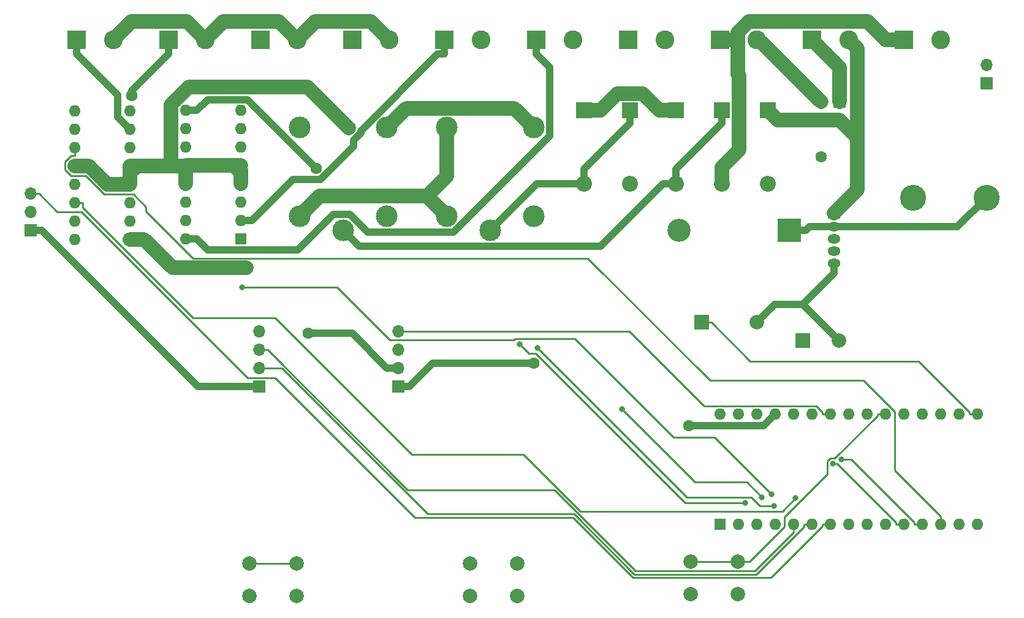
<source format=gbl>
G04 #@! TF.GenerationSoftware,KiCad,Pcbnew,7.0.8*
G04 #@! TF.CreationDate,2024-01-06T20:32:25+01:00*
G04 #@! TF.ProjectId,openautolab,6f70656e-6175-4746-9f6c-61622e6b6963,rev?*
G04 #@! TF.SameCoordinates,Original*
G04 #@! TF.FileFunction,Copper,L2,Bot*
G04 #@! TF.FilePolarity,Positive*
%FSLAX46Y46*%
G04 Gerber Fmt 4.6, Leading zero omitted, Abs format (unit mm)*
G04 Created by KiCad (PCBNEW 7.0.8) date 2024-01-06 20:32:25*
%MOMM*%
%LPD*%
G01*
G04 APERTURE LIST*
G04 #@! TA.AperFunction,ComponentPad*
%ADD10R,2.600000X2.600000*%
G04 #@! TD*
G04 #@! TA.AperFunction,ComponentPad*
%ADD11C,2.600000*%
G04 #@! TD*
G04 #@! TA.AperFunction,ComponentPad*
%ADD12R,1.700000X1.700000*%
G04 #@! TD*
G04 #@! TA.AperFunction,ComponentPad*
%ADD13O,1.700000X1.700000*%
G04 #@! TD*
G04 #@! TA.AperFunction,ComponentPad*
%ADD14R,1.600000X1.600000*%
G04 #@! TD*
G04 #@! TA.AperFunction,ComponentPad*
%ADD15C,1.600000*%
G04 #@! TD*
G04 #@! TA.AperFunction,ComponentPad*
%ADD16R,1.800000X1.275000*%
G04 #@! TD*
G04 #@! TA.AperFunction,ComponentPad*
%ADD17O,1.800000X1.275000*%
G04 #@! TD*
G04 #@! TA.AperFunction,ComponentPad*
%ADD18R,3.200000X3.200000*%
G04 #@! TD*
G04 #@! TA.AperFunction,ComponentPad*
%ADD19O,3.200000X3.200000*%
G04 #@! TD*
G04 #@! TA.AperFunction,ComponentPad*
%ADD20R,2.200000X2.200000*%
G04 #@! TD*
G04 #@! TA.AperFunction,ComponentPad*
%ADD21O,2.200000X2.200000*%
G04 #@! TD*
G04 #@! TA.AperFunction,ComponentPad*
%ADD22R,2.000000X2.000000*%
G04 #@! TD*
G04 #@! TA.AperFunction,ComponentPad*
%ADD23C,2.000000*%
G04 #@! TD*
G04 #@! TA.AperFunction,ComponentPad*
%ADD24C,3.000000*%
G04 #@! TD*
G04 #@! TA.AperFunction,ComponentPad*
%ADD25O,1.600000X1.600000*%
G04 #@! TD*
G04 #@! TA.AperFunction,ComponentPad*
%ADD26C,3.600000*%
G04 #@! TD*
G04 #@! TA.AperFunction,ViaPad*
%ADD27C,0.800000*%
G04 #@! TD*
G04 #@! TA.AperFunction,ViaPad*
%ADD28C,1.600000*%
G04 #@! TD*
G04 #@! TA.AperFunction,ViaPad*
%ADD29C,2.000000*%
G04 #@! TD*
G04 #@! TA.AperFunction,Conductor*
%ADD30C,0.250000*%
G04 #@! TD*
G04 #@! TA.AperFunction,Conductor*
%ADD31C,1.000000*%
G04 #@! TD*
G04 #@! TA.AperFunction,Conductor*
%ADD32C,2.000000*%
G04 #@! TD*
G04 #@! TA.AperFunction,Conductor*
%ADD33C,1.274800*%
G04 #@! TD*
G04 APERTURE END LIST*
D10*
X161285000Y-44760000D03*
D11*
X166365000Y-44760000D03*
D12*
X72250000Y-92715000D03*
D13*
X72250000Y-90175000D03*
X72250000Y-87635000D03*
X72250000Y-85095000D03*
D14*
X154860000Y-60960000D03*
D15*
X149860000Y-60960000D03*
D12*
X172720000Y-50800000D03*
D13*
X172720000Y-48260000D03*
D16*
X151660000Y-68887000D03*
D17*
X151660000Y-70587000D03*
X151660000Y-72287000D03*
X151660000Y-73987000D03*
X151660000Y-75687000D03*
D18*
X145445000Y-71120000D03*
D19*
X130205000Y-71120000D03*
D12*
X152400000Y-53340000D03*
D13*
X149860000Y-53340000D03*
D10*
X59685000Y-44750000D03*
D11*
X64765000Y-44750000D03*
D10*
X85085000Y-44760000D03*
D11*
X90165000Y-44760000D03*
D10*
X46985000Y-44750000D03*
D11*
X52065000Y-44750000D03*
D20*
X142520000Y-54530000D03*
D21*
X142520000Y-64690000D03*
D20*
X123470000Y-54530000D03*
D21*
X123470000Y-64690000D03*
D10*
X97790000Y-44760000D03*
D11*
X102870000Y-44760000D03*
D22*
X147320000Y-86360000D03*
D23*
X152320000Y-86360000D03*
D24*
X83820000Y-71120000D03*
X77820000Y-56920000D03*
X89820000Y-56920000D03*
X89820000Y-69120000D03*
X77820000Y-69120000D03*
D12*
X40640000Y-71120000D03*
D13*
X40640000Y-68580000D03*
X40640000Y-66040000D03*
D22*
X133360000Y-83820000D03*
D23*
X140960000Y-83820000D03*
D20*
X117120000Y-54530000D03*
D21*
X117120000Y-64690000D03*
D14*
X54360000Y-72345000D03*
D25*
X54360000Y-69805000D03*
X54360000Y-67265000D03*
X54360000Y-64725000D03*
X54360000Y-62185000D03*
X54360000Y-59645000D03*
X54360000Y-57105000D03*
X54360000Y-54565000D03*
X46740000Y-54565000D03*
X46740000Y-57105000D03*
X46740000Y-59645000D03*
X46740000Y-62185000D03*
X46740000Y-64725000D03*
X46740000Y-67265000D03*
X46740000Y-69805000D03*
X46740000Y-72345000D03*
D23*
X70870000Y-117165600D03*
X77370000Y-117165600D03*
X70870000Y-121665600D03*
X77370000Y-121665600D03*
D20*
X136170000Y-54530000D03*
D21*
X136170000Y-64690000D03*
D24*
X104140000Y-71120000D03*
X98140000Y-56920000D03*
X110140000Y-56920000D03*
X110140000Y-69120000D03*
X98140000Y-69120000D03*
D10*
X135885000Y-44760000D03*
D11*
X140965000Y-44760000D03*
D26*
X172720000Y-66579700D03*
X162560000Y-66579700D03*
D20*
X129820000Y-54530000D03*
D21*
X129820000Y-64690000D03*
D10*
X110485000Y-44760000D03*
D11*
X115565000Y-44760000D03*
D23*
X131830000Y-116870600D03*
X138330000Y-116870600D03*
X131830000Y-121370600D03*
X138330000Y-121370600D03*
D12*
X91415000Y-92700000D03*
D13*
X91415000Y-90160000D03*
X91415000Y-87620000D03*
X91415000Y-85080000D03*
D14*
X69720000Y-72330000D03*
D25*
X69720000Y-69790000D03*
X69720000Y-67250000D03*
X69720000Y-64710000D03*
X69720000Y-62170000D03*
X69720000Y-59630000D03*
X69720000Y-57090000D03*
X69720000Y-54550000D03*
X62100000Y-54550000D03*
X62100000Y-57090000D03*
X62100000Y-59630000D03*
X62100000Y-62170000D03*
X62100000Y-64710000D03*
X62100000Y-67250000D03*
X62100000Y-69790000D03*
X62100000Y-72330000D03*
D10*
X123190000Y-44760000D03*
D11*
X128270000Y-44760000D03*
D10*
X72385000Y-44760000D03*
D11*
X77465000Y-44760000D03*
D14*
X135890000Y-111750000D03*
D25*
X138430000Y-111750000D03*
X140970000Y-111750000D03*
X143510000Y-111750000D03*
X146050000Y-111750000D03*
X148590000Y-111750000D03*
X151130000Y-111750000D03*
X153670000Y-111750000D03*
X156210000Y-111750000D03*
X158750000Y-111750000D03*
X161290000Y-111750000D03*
X163830000Y-111750000D03*
X166370000Y-111750000D03*
X168910000Y-111750000D03*
X171450000Y-111750000D03*
X171450000Y-96510000D03*
X168910000Y-96510000D03*
X166370000Y-96510000D03*
X163830000Y-96510000D03*
X161290000Y-96510000D03*
X158750000Y-96510000D03*
X156210000Y-96510000D03*
X153670000Y-96510000D03*
X151130000Y-96510000D03*
X148590000Y-96510000D03*
X146050000Y-96510000D03*
X143510000Y-96510000D03*
X140970000Y-96510000D03*
X138430000Y-96510000D03*
X135890000Y-96510000D03*
D23*
X101350000Y-117165600D03*
X107850000Y-117165600D03*
X101350000Y-121665600D03*
X107850000Y-121665600D03*
D10*
X148585000Y-44760000D03*
D11*
X153665000Y-44760000D03*
D27*
X139358800Y-108752700D03*
X108197700Y-86847100D03*
X143335100Y-109197400D03*
X110706000Y-87376700D03*
X122354000Y-95824200D03*
X141694300Y-107991700D03*
X151440800Y-103355000D03*
X152686600Y-102752200D03*
X142999800Y-107560600D03*
X69861400Y-78964600D03*
X146334800Y-108099100D03*
D28*
X110175500Y-89456500D03*
X54594700Y-52499100D03*
X79045300Y-85365100D03*
X131580800Y-98124600D03*
X80087100Y-62518300D03*
D29*
X70487500Y-76291800D03*
X84563000Y-56943500D03*
D30*
X92762100Y-106972000D02*
X73425100Y-87635000D01*
X72250000Y-87635000D02*
X73425100Y-87635000D01*
X113032100Y-106972000D02*
X92762100Y-106972000D01*
X146050000Y-111750000D02*
X146050000Y-112875100D01*
X146050000Y-112875100D02*
X140723800Y-118201300D01*
X124261400Y-118201300D02*
X113032100Y-106972000D01*
X140723800Y-118201300D02*
X124261400Y-118201300D01*
X140915400Y-118659700D02*
X124083100Y-118659700D01*
X124083100Y-118659700D02*
X115772800Y-110349400D01*
X75328500Y-90175000D02*
X72250000Y-90175000D01*
X147464900Y-111750000D02*
X147464900Y-112110200D01*
X115772800Y-110349400D02*
X95502900Y-110349400D01*
X147464900Y-112110200D02*
X140915400Y-118659700D01*
X95502900Y-110349400D02*
X75328500Y-90175000D01*
X148590000Y-111750000D02*
X147464900Y-111750000D01*
X115567300Y-110799600D02*
X123877500Y-119109800D01*
X44310100Y-68535000D02*
X47648400Y-68535000D01*
X47648400Y-68535000D02*
X70653200Y-91539800D01*
X70653200Y-91539800D02*
X74474900Y-91539800D01*
X123877500Y-119109800D02*
X142926500Y-119109800D01*
X41815100Y-66040000D02*
X44310100Y-68535000D01*
X40640000Y-66040000D02*
X41815100Y-66040000D01*
X150004900Y-112031400D02*
X150004900Y-111750000D01*
X151130000Y-111750000D02*
X150004900Y-111750000D01*
X142926500Y-119109800D02*
X150004900Y-112031400D01*
X74474900Y-91539800D02*
X93734700Y-110799600D01*
X93734700Y-110799600D02*
X115567300Y-110799600D01*
X108197700Y-86847100D02*
X109452400Y-88101800D01*
X109452400Y-88101800D02*
X110412000Y-88101800D01*
X131062900Y-108752700D02*
X139358800Y-108752700D01*
X110412000Y-88101800D02*
X131062900Y-108752700D01*
X143335100Y-109197400D02*
X141376800Y-109197400D01*
X140192800Y-108013400D02*
X131342700Y-108013400D01*
X131342700Y-108013400D02*
X110706000Y-87376700D01*
X141376800Y-109197400D02*
X140192800Y-108013400D01*
X122354000Y-95824200D02*
X132451400Y-105921600D01*
X139624200Y-105921600D02*
X141694300Y-107991700D01*
X132451400Y-105921600D02*
X139624200Y-105921600D01*
X160164900Y-111468600D02*
X152051300Y-103355000D01*
X161290000Y-111750000D02*
X160164900Y-111750000D01*
X160164900Y-111750000D02*
X160164900Y-111468600D01*
X152051300Y-103355000D02*
X151440800Y-103355000D01*
X163830000Y-111750000D02*
X162704900Y-111750000D01*
X162704900Y-111468700D02*
X153988400Y-102752200D01*
X162704900Y-111750000D02*
X162704900Y-111468700D01*
X153988400Y-102752200D02*
X152686600Y-102752200D01*
X63093200Y-74966600D02*
X56590300Y-68463700D01*
X45411400Y-62752300D02*
X45411400Y-61632400D01*
X56590300Y-67882600D02*
X54847500Y-66139800D01*
X46273700Y-60770100D02*
X46740000Y-60770100D01*
X45411400Y-61632400D02*
X46273700Y-60770100D01*
X46258900Y-63599800D02*
X45411400Y-62752300D01*
X117598500Y-74966600D02*
X63093200Y-74966600D01*
X56590300Y-68463700D02*
X56590300Y-67882600D01*
X54847500Y-66139800D02*
X50772300Y-66139800D01*
X166370000Y-111750000D02*
X166370000Y-110624900D01*
X50772300Y-66139800D02*
X48232300Y-63599800D01*
X166370000Y-110624900D02*
X160020000Y-104274900D01*
X134524700Y-91892800D02*
X117598500Y-74966600D01*
X160020000Y-104274900D02*
X160020000Y-96176600D01*
X155736200Y-91892800D02*
X134524700Y-91892800D01*
X160020000Y-96176600D02*
X155736200Y-91892800D01*
X46740000Y-59645000D02*
X46740000Y-60770100D01*
X48232300Y-63599800D02*
X46258900Y-63599800D01*
X107438200Y-86289500D02*
X90276500Y-86289500D01*
X107619600Y-86108100D02*
X107438200Y-86289500D01*
X142999800Y-107560600D02*
X135127300Y-99688100D01*
X90276500Y-86289500D02*
X82951600Y-78964600D01*
X82951600Y-78964600D02*
X69861400Y-78964600D01*
X129432200Y-99688100D02*
X115852200Y-86108100D01*
X135127300Y-99688100D02*
X129432200Y-99688100D01*
X115852200Y-86108100D02*
X107619600Y-86108100D01*
X47865100Y-67265000D02*
X47865100Y-67978400D01*
X116630100Y-109933400D02*
X144500500Y-109933400D01*
X93278700Y-102054400D02*
X108751100Y-102054400D01*
X74415800Y-83191500D02*
X93278700Y-102054400D01*
X46740000Y-67265000D02*
X47865100Y-67265000D01*
X47865100Y-67978400D02*
X63078200Y-83191500D01*
X144500500Y-109933400D02*
X146334800Y-108099100D01*
X63078200Y-83191500D02*
X74415800Y-83191500D01*
X108751100Y-102054400D02*
X116630100Y-109933400D01*
X133360000Y-83820000D02*
X134685100Y-83820000D01*
X171450000Y-96510000D02*
X170324900Y-96510000D01*
X170324900Y-96510000D02*
X170324900Y-96228700D01*
X163321100Y-89224900D02*
X140090000Y-89224900D01*
X140090000Y-89224900D02*
X134685100Y-83820000D01*
X170324900Y-96228700D02*
X163321100Y-89224900D01*
X77370000Y-117165600D02*
X70870000Y-117165600D01*
X144780000Y-112079600D02*
X139989000Y-116870600D01*
X151741400Y-102629900D02*
X151140500Y-102629900D01*
X131830000Y-116870600D02*
X138330000Y-116870600D01*
X158750000Y-96510000D02*
X157624900Y-96510000D01*
X157624900Y-96746400D02*
X151741400Y-102629900D01*
X139989000Y-116870600D02*
X138330000Y-116870600D01*
X150715700Y-104817700D02*
X144780000Y-110753400D01*
X157624900Y-96510000D02*
X157624900Y-96746400D01*
X151140500Y-102629900D02*
X150715700Y-103054700D01*
X150715700Y-103054700D02*
X150715700Y-104817700D01*
X144780000Y-110753400D02*
X144780000Y-112079600D01*
X123369500Y-85080000D02*
X91415000Y-85080000D01*
X150004900Y-96228600D02*
X149161200Y-95384900D01*
X133674400Y-95384900D02*
X123369500Y-85080000D01*
X150004900Y-96510000D02*
X150004900Y-96228600D01*
X151130000Y-96510000D02*
X150004900Y-96510000D01*
X149161200Y-95384900D02*
X133674400Y-95384900D01*
D31*
X136170000Y-56330100D02*
X129820000Y-62680100D01*
X119389800Y-73320100D02*
X86020100Y-73320100D01*
X129820000Y-64690000D02*
X128019900Y-64690000D01*
X129820000Y-62680100D02*
X129820000Y-64690000D01*
X86020100Y-73320100D02*
X83820000Y-71120000D01*
X128019900Y-64690000D02*
X119389800Y-73320100D01*
X136170000Y-54530000D02*
X136170000Y-56330100D01*
X117120000Y-64690000D02*
X110570000Y-64690000D01*
X117120000Y-62680100D02*
X123470000Y-56330100D01*
X110570000Y-64690000D02*
X104140000Y-71120000D01*
X123470000Y-54530000D02*
X123470000Y-56330100D01*
X117120000Y-64690000D02*
X117120000Y-62680100D01*
X143417700Y-81362300D02*
X140960000Y-83820000D01*
X147322300Y-81362300D02*
X143417700Y-81362300D01*
X96208600Y-89456500D02*
X110175500Y-89456500D01*
X151660000Y-75687000D02*
X151660000Y-77024600D01*
X91415000Y-92700000D02*
X92965100Y-92700000D01*
X63785100Y-92715000D02*
X72250000Y-92715000D01*
X92965100Y-92700000D02*
X96208600Y-89456500D01*
X152320000Y-86360000D02*
X147322300Y-81362300D01*
X147322300Y-81362300D02*
X151660000Y-77024600D01*
X40640000Y-71120000D02*
X42190100Y-71120000D01*
X42190100Y-71120000D02*
X63785100Y-92715000D01*
D32*
X152400000Y-48575000D02*
X148585000Y-44760000D01*
X152400000Y-53340000D02*
X152400000Y-48575000D01*
D31*
X172720000Y-66579700D02*
X168712700Y-70587000D01*
X148278100Y-70587000D02*
X147745100Y-71120000D01*
X168712700Y-70587000D02*
X151660000Y-70587000D01*
X145445000Y-71120000D02*
X147745100Y-71120000D01*
X151660000Y-70587000D02*
X148278100Y-70587000D01*
X59685000Y-46750100D02*
X54594700Y-51840400D01*
X54594700Y-51840400D02*
X54594700Y-52499100D01*
X59685000Y-44750000D02*
X59685000Y-46750100D01*
X46985000Y-44750000D02*
X46985000Y-46750100D01*
X54360000Y-57105000D02*
X52666200Y-55411200D01*
X52666200Y-52431300D02*
X46985000Y-46750100D01*
X52666200Y-55411200D02*
X52666200Y-52431300D01*
X85267100Y-59488300D02*
X80662400Y-64093000D01*
X86263100Y-57647700D02*
X85267200Y-58643600D01*
X86263100Y-57359500D02*
X86263100Y-57647700D01*
X76917100Y-64093000D02*
X71220100Y-69790000D01*
X97790000Y-44760000D02*
X97790000Y-46760100D01*
X85267100Y-58643600D02*
X85267100Y-59488300D01*
X97790000Y-46760100D02*
X96862500Y-46760100D01*
X96862500Y-46760100D02*
X86263100Y-57359500D01*
X69720000Y-69790000D02*
X71220100Y-69790000D01*
X85267200Y-58643600D02*
X85267100Y-58643600D01*
X80662400Y-64093000D02*
X76917100Y-64093000D01*
X85070000Y-85365100D02*
X79045300Y-85365100D01*
X89864900Y-90160000D02*
X85070000Y-85365100D01*
X141895400Y-98124600D02*
X131580800Y-98124600D01*
X143510000Y-96510000D02*
X141895400Y-98124600D01*
X91415000Y-90160000D02*
X89864900Y-90160000D01*
X110485000Y-44760000D02*
X110485000Y-46760100D01*
X77551800Y-73830200D02*
X82467600Y-68914400D01*
X65100300Y-73830200D02*
X77551800Y-73830200D01*
X63600100Y-72330000D02*
X65100300Y-73830200D01*
X87197900Y-71325600D02*
X99115200Y-71325600D01*
X112349700Y-58091100D02*
X112349700Y-48624800D01*
X82467600Y-68914400D02*
X84786700Y-68914400D01*
X62100000Y-72330000D02*
X63600100Y-72330000D01*
X99115200Y-71325600D02*
X112349700Y-58091100D01*
X112349700Y-48624800D02*
X110485000Y-46760100D01*
X84786700Y-68914400D02*
X87197900Y-71325600D01*
D32*
X149860000Y-53340000D02*
X141280000Y-44760000D01*
X141280000Y-44760000D02*
X140965000Y-44760000D01*
D31*
X70618500Y-53049700D02*
X80087100Y-62518300D01*
X65100400Y-53049700D02*
X70618500Y-53049700D01*
X63600100Y-54550000D02*
X65100400Y-53049700D01*
X62100000Y-54550000D02*
X63600100Y-54550000D01*
D32*
X98140000Y-63658400D02*
X95409200Y-66389200D01*
X95409200Y-66389200D02*
X98140000Y-69120000D01*
X62264800Y-42249800D02*
X64765000Y-44750000D01*
X121720200Y-52229900D02*
X119420100Y-54530000D01*
X79965200Y-42259800D02*
X77465000Y-44760000D01*
X153665000Y-44760000D02*
X154860000Y-45955000D01*
X80550800Y-66389200D02*
X95409200Y-66389200D01*
X154860000Y-65549200D02*
X151660000Y-68749200D01*
X127519900Y-54530000D02*
X125219800Y-52229900D01*
X154860000Y-60960000D02*
X154860000Y-58340000D01*
X74964800Y-42259800D02*
X67255200Y-42259800D01*
X154860000Y-45955000D02*
X154860000Y-60960000D01*
X152400000Y-55880000D02*
X143870000Y-55880000D01*
X77820000Y-69120000D02*
X80550800Y-66389200D01*
X54360000Y-72345000D02*
X56360100Y-72345000D01*
X87664800Y-42259800D02*
X79965200Y-42259800D01*
X77465000Y-44760000D02*
X74964800Y-42259800D01*
D33*
X151660000Y-68749200D02*
X151660000Y-68887000D01*
D32*
X60306900Y-76291800D02*
X56360100Y-72345000D01*
X129820000Y-54530000D02*
X127519900Y-54530000D01*
X125219800Y-52229900D02*
X121720200Y-52229900D01*
X70487500Y-76291800D02*
X60306900Y-76291800D01*
X154860000Y-60960000D02*
X154860000Y-65549200D01*
X98140000Y-56920000D02*
X98140000Y-63658400D01*
X143870000Y-55880000D02*
X142520000Y-54530000D01*
X67255200Y-42259800D02*
X64765000Y-44750000D01*
X117120000Y-54530000D02*
X119420100Y-54530000D01*
X52065000Y-44750000D02*
X54565200Y-42249800D01*
X54565200Y-42249800D02*
X62264800Y-42249800D01*
X90165000Y-44760000D02*
X87664800Y-42259800D01*
X154860000Y-58340000D02*
X152400000Y-55880000D01*
X68720000Y-62170000D02*
X69259900Y-62709900D01*
X54360000Y-64725000D02*
X51280100Y-64725000D01*
X46740000Y-62185000D02*
X48740100Y-62185000D01*
X60037300Y-53783200D02*
X62493200Y-51327300D01*
X138385100Y-49529600D02*
X138385100Y-44760000D01*
X60037300Y-62185000D02*
X60037300Y-53783200D01*
X161285000Y-44760000D02*
X158784900Y-44760000D01*
X54820200Y-62724900D02*
X54360000Y-62724900D01*
X136170000Y-64690000D02*
X136170000Y-62389900D01*
X54360000Y-64725000D02*
X54360000Y-62724900D01*
X78946800Y-51327300D02*
X84563000Y-56943500D01*
X138385100Y-44760000D02*
X138385100Y-43744300D01*
X62100000Y-64710000D02*
X62100000Y-62185000D01*
X138385100Y-43744300D02*
X139869500Y-42259900D01*
X156284800Y-42259900D02*
X158784900Y-44760000D01*
X69259900Y-62709900D02*
X69720000Y-62709900D01*
X55360100Y-62185000D02*
X56360100Y-62185000D01*
X62100000Y-62170000D02*
X67719900Y-62170000D01*
X68720000Y-62170000D02*
X67719900Y-62170000D01*
X62493200Y-51327300D02*
X78946800Y-51327300D01*
X60037300Y-62185000D02*
X56360100Y-62185000D01*
X51280100Y-64725000D02*
X48740100Y-62185000D01*
X136170000Y-62389900D02*
X138534100Y-60025800D01*
X138534100Y-60025800D02*
X138534100Y-49678600D01*
X135885000Y-44760000D02*
X138385100Y-44760000D01*
X55360100Y-62185000D02*
X54820200Y-62724900D01*
X138534100Y-49678600D02*
X138385100Y-49529600D01*
X69720000Y-64710000D02*
X69720000Y-62709900D01*
X62100000Y-62185000D02*
X62100000Y-62170000D01*
X62100000Y-62185000D02*
X60037300Y-62185000D01*
X89820000Y-56920000D02*
X92520800Y-54219200D01*
X69720000Y-62170000D02*
X68720000Y-62170000D01*
X139869500Y-42259900D02*
X156284800Y-42259900D01*
X107439200Y-54219200D02*
X110140000Y-56920000D01*
X92520800Y-54219200D02*
X107439200Y-54219200D01*
X54360000Y-62185000D02*
X55360100Y-62185000D01*
M02*

</source>
